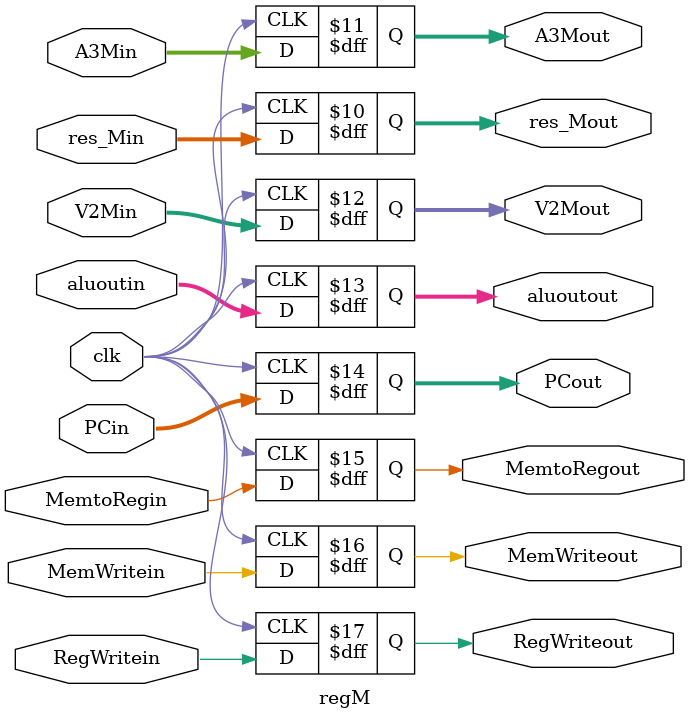
<source format=v>
`timescale 1ns / 1ps
module regM(clk,res_Min,A3Min,V2Min,MemtoRegin,MemWritein,aluoutin,RegWritein,
                res_Mout,A3Mout,V2Mout,MemtoRegout,MemWriteout,aluoutout,RegWriteout,PCin,PCout);

input clk;
input[1:0] res_Min;
input[4:0] A3Min;
input[31:0] V2Min,aluoutin,PCin;
input MemtoRegin,MemWritein,RegWritein;

output[1:0] res_Mout;
output[4:0] A3Mout;
output[31:0] V2Mout,aluoutout,PCout;
output MemtoRegout,MemWriteout,RegWriteout;

reg[1:0] res_Mout=0;
reg[4:0] A3Mout=0;
reg[31:0] V2Mout=0,aluoutout=0,PCout=0;
reg MemtoRegout=0,MemWriteout=0,RegWriteout=0;

always @ (posedge clk)
begin
   res_Mout<=res_Min;
	A3Mout<=A3Min;
	V2Mout<=V2Min;
	aluoutout<=aluoutin;
	MemtoRegout<=MemtoRegin;
	MemWriteout<=MemWritein;
	RegWriteout<=RegWritein;
	PCout<=PCin;
end

endmodule

</source>
